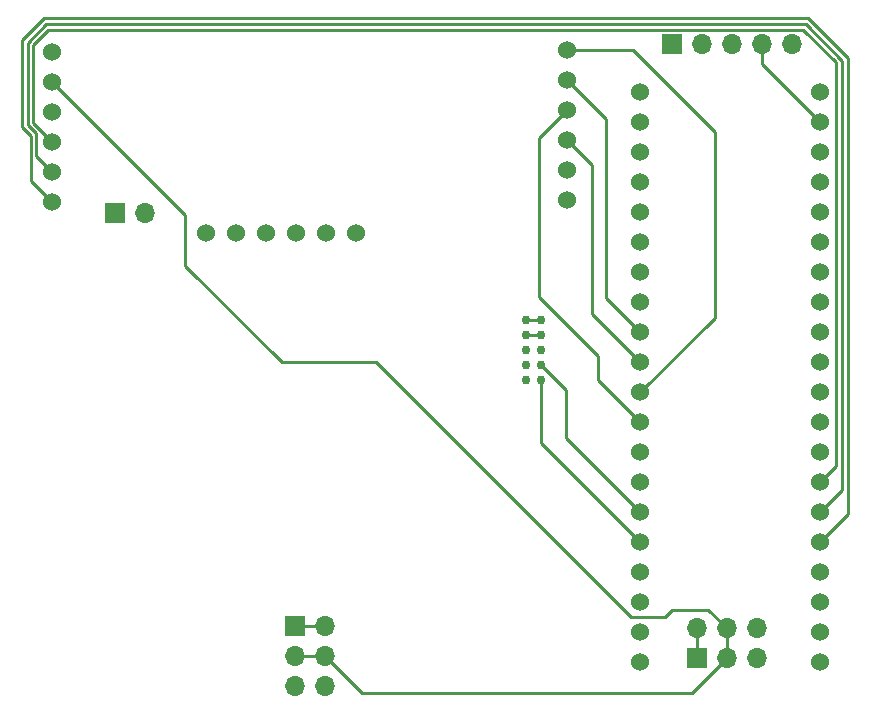
<source format=gtl>
G04 #@! TF.GenerationSoftware,KiCad,Pcbnew,5.1.6-c6e7f7d~86~ubuntu19.10.1*
G04 #@! TF.CreationDate,2020-10-06T14:20:37+02:00*
G04 #@! TF.ProjectId,logair_diy,6c6f6761-6972-45f6-9469-792e6b696361,rev?*
G04 #@! TF.SameCoordinates,Original*
G04 #@! TF.FileFunction,Copper,L1,Top*
G04 #@! TF.FilePolarity,Positive*
%FSLAX46Y46*%
G04 Gerber Fmt 4.6, Leading zero omitted, Abs format (unit mm)*
G04 Created by KiCad (PCBNEW 5.1.6-c6e7f7d~86~ubuntu19.10.1) date 2020-10-06 14:20:37*
%MOMM*%
%LPD*%
G01*
G04 APERTURE LIST*
G04 #@! TA.AperFunction,ComponentPad*
%ADD10O,1.700000X1.700000*%
G04 #@! TD*
G04 #@! TA.AperFunction,ComponentPad*
%ADD11R,1.700000X1.700000*%
G04 #@! TD*
G04 #@! TA.AperFunction,ComponentPad*
%ADD12C,1.524000*%
G04 #@! TD*
G04 #@! TA.AperFunction,ComponentPad*
%ADD13C,0.760000*%
G04 #@! TD*
G04 #@! TA.AperFunction,Conductor*
%ADD14C,0.250000*%
G04 #@! TD*
G04 APERTURE END LIST*
D10*
G04 #@! TO.P,J3,6*
G04 #@! TO.N,Net-(J3-Pad6)*
X128790000Y-118480000D03*
G04 #@! TO.P,J3,5*
G04 #@! TO.N,Net-(J3-Pad5)*
X126250000Y-118480000D03*
G04 #@! TO.P,J3,4*
G04 #@! TO.N,/5V*
X128790000Y-115940000D03*
G04 #@! TO.P,J3,3*
X126250000Y-115940000D03*
G04 #@! TO.P,J3,2*
G04 #@! TO.N,/5Vin*
X128790000Y-113400000D03*
D11*
G04 #@! TO.P,J3,1*
X126250000Y-113400000D03*
G04 #@! TD*
D12*
G04 #@! TO.P,U2,6*
G04 #@! TO.N,/3V3*
X131410000Y-80150000D03*
G04 #@! TO.P,U2,5*
G04 #@! TO.N,/SD_CS*
X128870000Y-80150000D03*
G04 #@! TO.P,U2,4*
G04 #@! TO.N,/MOSI*
X126330000Y-80150000D03*
G04 #@! TO.P,U2,3*
G04 #@! TO.N,/CLK*
X123790000Y-80150000D03*
G04 #@! TO.P,U2,2*
G04 #@! TO.N,/MISO*
X121250000Y-80150000D03*
G04 #@! TO.P,U2,1*
G04 #@! TO.N,/GND*
X118710000Y-80150000D03*
G04 #@! TD*
G04 #@! TO.P,U3,1*
G04 #@! TO.N,/BLE_PWRC*
X105680000Y-64820000D03*
G04 #@! TO.P,U3,2*
G04 #@! TO.N,/5V*
X105680000Y-67360000D03*
G04 #@! TO.P,U3,3*
G04 #@! TO.N,/GND*
X105680000Y-69900000D03*
G04 #@! TO.P,U3,4*
G04 #@! TO.N,/BLE_TX*
X105680000Y-72440000D03*
G04 #@! TO.P,U3,5*
G04 #@! TO.N,/BLE_RX*
X105680000Y-74980000D03*
G04 #@! TO.P,U3,6*
G04 #@! TO.N,/BLE_STAT*
X105680000Y-77520000D03*
G04 #@! TD*
D10*
G04 #@! TO.P,J2,2*
G04 #@! TO.N,/GND*
X113490000Y-78450000D03*
D11*
G04 #@! TO.P,J2,1*
G04 #@! TO.N,/5Vin*
X110950000Y-78450000D03*
G04 #@! TD*
D10*
G04 #@! TO.P,J1,6*
G04 #@! TO.N,Net-(J1-Pad6)*
X165330000Y-113610000D03*
G04 #@! TO.P,J1,5*
G04 #@! TO.N,Net-(J1-Pad5)*
X165330000Y-116150000D03*
G04 #@! TO.P,J1,4*
G04 #@! TO.N,/5V*
X162790000Y-113610000D03*
G04 #@! TO.P,J1,3*
X162790000Y-116150000D03*
G04 #@! TO.P,J1,2*
G04 #@! TO.N,/5Vin*
X160250000Y-113610000D03*
D11*
G04 #@! TO.P,J1,1*
X160250000Y-116150000D03*
G04 #@! TD*
D13*
G04 #@! TO.P,U5,2*
G04 #@! TO.N,/5V*
X145765000Y-87460000D03*
G04 #@! TO.P,U5,1*
X147035000Y-87460000D03*
G04 #@! TO.P,U5,4*
G04 #@! TO.N,/GND*
X145765000Y-88730000D03*
G04 #@! TO.P,U5,3*
X147035000Y-88730000D03*
G04 #@! TO.P,U5,6*
G04 #@! TO.N,Net-(U5-Pad6)*
X145765000Y-90000000D03*
G04 #@! TO.P,U5,5*
G04 #@! TO.N,Net-(U5-Pad5)*
X147035000Y-90000000D03*
G04 #@! TO.P,U5,8*
G04 #@! TO.N,Net-(U5-Pad8)*
X145765000Y-91270000D03*
G04 #@! TO.P,U5,7*
G04 #@! TO.N,/PM_RX*
X147035000Y-91270000D03*
G04 #@! TO.P,U5,10*
G04 #@! TO.N,Net-(U5-Pad10)*
X145765000Y-92540000D03*
G04 #@! TO.P,U5,9*
G04 #@! TO.N,/PM_TX*
X147035000Y-92540000D03*
G04 #@! TD*
D12*
G04 #@! TO.P,U4,6*
G04 #@! TO.N,/3V3*
X149250000Y-77310000D03*
G04 #@! TO.P,U4,5*
G04 #@! TO.N,/GND*
X149250000Y-74770000D03*
G04 #@! TO.P,U4,4*
G04 #@! TO.N,/CLK*
X149250000Y-72230000D03*
G04 #@! TO.P,U4,3*
G04 #@! TO.N,/MOSI*
X149250000Y-69690000D03*
G04 #@! TO.P,U4,2*
G04 #@! TO.N,/BME_CS*
X149250000Y-67150000D03*
G04 #@! TO.P,U4,1*
G04 #@! TO.N,/MISO*
X149250000Y-64610000D03*
G04 #@! TD*
D11*
G04 #@! TO.P,GPS_conn_5pin1,1*
G04 #@! TO.N,/PPS*
X158170000Y-64150000D03*
D10*
G04 #@! TO.P,GPS_conn_5pin1,2*
G04 #@! TO.N,/GPS_RX*
X160710000Y-64150000D03*
G04 #@! TO.P,GPS_conn_5pin1,3*
G04 #@! TO.N,/GPS_TX*
X163250000Y-64150000D03*
G04 #@! TO.P,GPS_conn_5pin1,4*
G04 #@! TO.N,/GND*
X165790000Y-64150000D03*
G04 #@! TO.P,GPS_conn_5pin1,5*
G04 #@! TO.N,/5V*
X168330000Y-64150000D03*
G04 #@! TD*
D12*
G04 #@! TO.P,U1,GND*
G04 #@! TO.N,/GND*
X155460000Y-116470000D03*
G04 #@! TO.P,U1,PB10*
G04 #@! TO.N,/PM_RX*
X155460000Y-103770000D03*
G04 #@! TO.P,U1,PA3*
G04 #@! TO.N,/GPS_TX*
X155460000Y-85990000D03*
G04 #@! TO.P,U1,PC15*
G04 #@! TO.N,Net-(U1-PadPC15)*
X155460000Y-75830000D03*
G04 #@! TO.P,U1,GND*
G04 #@! TO.N,/GND*
X155460000Y-113930000D03*
G04 #@! TO.P,U1,PA5*
G04 #@! TO.N,/CLK*
X155460000Y-91070000D03*
G04 #@! TO.P,U1,NRST*
G04 #@! TO.N,Net-(U1-PadNRST)*
X155460000Y-108850000D03*
G04 #@! TO.P,U1,PB11*
G04 #@! TO.N,/PM_TX*
X155460000Y-106310000D03*
G04 #@! TO.P,U1,3V3*
G04 #@! TO.N,/3V3*
X155460000Y-111390000D03*
G04 #@! TO.P,U1,PA4*
G04 #@! TO.N,/BME_CS*
X155460000Y-88530000D03*
G04 #@! TO.P,U1,PA6*
G04 #@! TO.N,/MISO*
X155460000Y-93610000D03*
G04 #@! TO.P,U1,PA1*
G04 #@! TO.N,Net-(U1-PadPA1)*
X155460000Y-80910000D03*
G04 #@! TO.P,U1,PB1*
G04 #@! TO.N,Net-(U1-PadPB1)*
X155460000Y-101230000D03*
G04 #@! TO.P,U1,PC14*
G04 #@! TO.N,Net-(U1-PadPC14)*
X155460000Y-73290000D03*
G04 #@! TO.P,U1,PA0*
G04 #@! TO.N,Net-(U1-PadPA0)*
X155460000Y-78370000D03*
G04 #@! TO.P,U1,PA2*
G04 #@! TO.N,/GPS_RX*
X155460000Y-83450000D03*
G04 #@! TO.P,U1,PC13*
G04 #@! TO.N,Net-(U1-PadPC13)*
X155460000Y-70750000D03*
G04 #@! TO.P,U1,PA7*
G04 #@! TO.N,/MOSI*
X155460000Y-96150000D03*
G04 #@! TO.P,U1,VBAT*
G04 #@! TO.N,Net-(U1-PadVBAT)*
X155460000Y-68210000D03*
G04 #@! TO.P,U1,PB0*
G04 #@! TO.N,/SD_CS*
X155460000Y-98690000D03*
G04 #@! TO.P,U1,PB12*
G04 #@! TO.N,Net-(U1-PadPB12)*
X170700000Y-116470000D03*
G04 #@! TO.P,U1,PB13*
G04 #@! TO.N,Net-(U1-PadPB13)*
X170700000Y-113930000D03*
G04 #@! TO.P,U1,PB14*
G04 #@! TO.N,Net-(U1-PadPB14)*
X170700000Y-111390000D03*
G04 #@! TO.P,U1,PB15*
G04 #@! TO.N,Net-(U1-PadPB15)*
X170700000Y-108850000D03*
G04 #@! TO.P,U1,PA8*
G04 #@! TO.N,/BLE_STAT*
X170700000Y-106310000D03*
G04 #@! TO.P,U1,PA11*
G04 #@! TO.N,Net-(U1-PadPA11)*
X170700000Y-98690000D03*
G04 #@! TO.P,U1,PA9*
G04 #@! TO.N,/BLE_RX*
X170700000Y-103770000D03*
G04 #@! TO.P,U1,PA10*
G04 #@! TO.N,/BLE_TX*
X170700000Y-101230000D03*
G04 #@! TO.P,U1,PA12*
G04 #@! TO.N,Net-(U1-PadPA12)*
X170700000Y-96150000D03*
G04 #@! TO.P,U1,PA15*
G04 #@! TO.N,Net-(U1-PadPA15)*
X170700000Y-93610000D03*
G04 #@! TO.P,U1,PB3*
G04 #@! TO.N,Net-(U1-PadPB3)*
X170700000Y-91070000D03*
G04 #@! TO.P,U1,PB5*
G04 #@! TO.N,Net-(U1-PadPB5)*
X170700000Y-85990000D03*
G04 #@! TO.P,U1,PB4*
G04 #@! TO.N,Net-(U1-PadPB4)*
X170700000Y-88530000D03*
G04 #@! TO.P,U1,PB6*
G04 #@! TO.N,Net-(U1-PadPB6)*
X170700000Y-83450000D03*
G04 #@! TO.P,U1,PB7*
G04 #@! TO.N,Net-(U1-PadPB7)*
X170700000Y-80910000D03*
G04 #@! TO.P,U1,5V*
G04 #@! TO.N,/5V*
X170700000Y-73290000D03*
G04 #@! TO.P,U1,PB8*
G04 #@! TO.N,Net-(U1-PadPB8)*
X170700000Y-78370000D03*
G04 #@! TO.P,U1,PB9*
G04 #@! TO.N,Net-(U1-PadPB9)*
X170700000Y-75830000D03*
G04 #@! TO.P,U1,GND*
G04 #@! TO.N,/GND*
X170700000Y-70750000D03*
G04 #@! TO.P,U1,3V3*
G04 #@! TO.N,/3V3*
X170700000Y-68210000D03*
G04 #@! TD*
D14*
G04 #@! TO.N,/BLE_STAT*
X173050000Y-103960000D02*
X173050000Y-65350000D01*
X173050000Y-65350000D02*
X169650000Y-61950000D01*
X103850000Y-75690000D02*
X105930000Y-77770000D01*
X103850000Y-71882822D02*
X103850000Y-75690000D01*
X170700000Y-106310000D02*
X173050000Y-103960000D01*
X169650000Y-61950000D02*
X105007178Y-61950000D01*
X103129978Y-71162800D02*
X103850000Y-71882822D01*
X105007178Y-61950000D02*
X103129978Y-63827200D01*
X103129978Y-63827200D02*
X103129978Y-71162800D01*
G04 #@! TO.N,/BLE_RX*
X172550000Y-65550000D02*
X172550000Y-101920000D01*
X169459990Y-62459989D02*
X172550000Y-65550000D01*
X105133600Y-62459989D02*
X169459990Y-62459989D01*
X103579989Y-64013600D02*
X105133600Y-62459989D01*
X103579989Y-70976400D02*
X103579989Y-64013600D01*
X104300011Y-71696422D02*
X103579989Y-70976400D01*
X104300011Y-73600011D02*
X104300011Y-71696422D01*
X105930000Y-75230000D02*
X104300011Y-73600011D01*
X172550000Y-101920000D02*
X170700000Y-103770000D01*
G04 #@! TO.N,/BLE_TX*
X104030000Y-70790000D02*
X105930000Y-72690000D01*
X104030000Y-64200000D02*
X104030000Y-70790000D01*
X172050000Y-65686410D02*
X169273590Y-62910000D01*
X170700000Y-101230000D02*
X172050000Y-99880000D01*
X105320000Y-62910000D02*
X104030000Y-64200000D01*
X169273590Y-62910000D02*
X105320000Y-62910000D01*
X172050000Y-99880000D02*
X172050000Y-65686410D01*
G04 #@! TO.N,/GND*
X145765000Y-88730000D02*
X147035000Y-88730000D01*
X165790000Y-65840000D02*
X170700000Y-70750000D01*
X165790000Y-64150000D02*
X165790000Y-65840000D01*
G04 #@! TO.N,/5V*
X162790000Y-113610000D02*
X162790000Y-116150000D01*
X145765000Y-87460000D02*
X147035000Y-87460000D01*
X170700000Y-73290000D02*
X170700000Y-73600000D01*
X126250000Y-115940000D02*
X128790000Y-115940000D01*
X116950000Y-82900000D02*
X116950000Y-78630000D01*
X125100000Y-91050000D02*
X116950000Y-82900000D01*
X133050000Y-91050000D02*
X125100000Y-91050000D01*
X154650000Y-112650000D02*
X133050000Y-91050000D01*
X157550000Y-112650000D02*
X154650000Y-112650000D01*
X158150000Y-112050000D02*
X157550000Y-112650000D01*
X116950000Y-78630000D02*
X105930000Y-67610000D01*
X161230000Y-112050000D02*
X158150000Y-112050000D01*
X162790000Y-113610000D02*
X161230000Y-112050000D01*
X159880000Y-119060000D02*
X162790000Y-116150000D01*
X131910000Y-119060000D02*
X159880000Y-119060000D01*
X128790000Y-115940000D02*
X131910000Y-119060000D01*
G04 #@! TO.N,/MISO*
X149250000Y-64610000D02*
X154810000Y-64610000D01*
X154810000Y-64610000D02*
X161750000Y-71550000D01*
X161750000Y-87320000D02*
X155460000Y-93610000D01*
X161750000Y-71550000D02*
X161750000Y-87320000D01*
G04 #@! TO.N,/BME_CS*
X149250000Y-67150000D02*
X152550000Y-70450000D01*
X152550000Y-85620000D02*
X155460000Y-88530000D01*
X152550000Y-70450000D02*
X152550000Y-85620000D01*
G04 #@! TO.N,/MOSI*
X151850000Y-92540000D02*
X155460000Y-96150000D01*
X151850000Y-90550000D02*
X151850000Y-92540000D01*
X146850000Y-85550000D02*
X151850000Y-90550000D01*
X146850000Y-72090000D02*
X146850000Y-85550000D01*
X149250000Y-69690000D02*
X146850000Y-72090000D01*
G04 #@! TO.N,/CLK*
X149250000Y-72230000D02*
X151350000Y-74330000D01*
X151350000Y-86960000D02*
X155460000Y-91070000D01*
X151350000Y-74330000D02*
X151350000Y-86960000D01*
G04 #@! TO.N,/PM_TX*
X147035000Y-97885000D02*
X155460000Y-106310000D01*
X147035000Y-92540000D02*
X147035000Y-97885000D01*
G04 #@! TO.N,/PM_RX*
X147035000Y-91270000D02*
X149150000Y-93385000D01*
X149150000Y-97460000D02*
X155460000Y-103770000D01*
X149150000Y-93385000D02*
X149150000Y-97460000D01*
G04 #@! TO.N,/5Vin*
X160250000Y-113610000D02*
X160250000Y-116150000D01*
X126250000Y-113400000D02*
X128790000Y-113400000D01*
G04 #@! TD*
M02*

</source>
